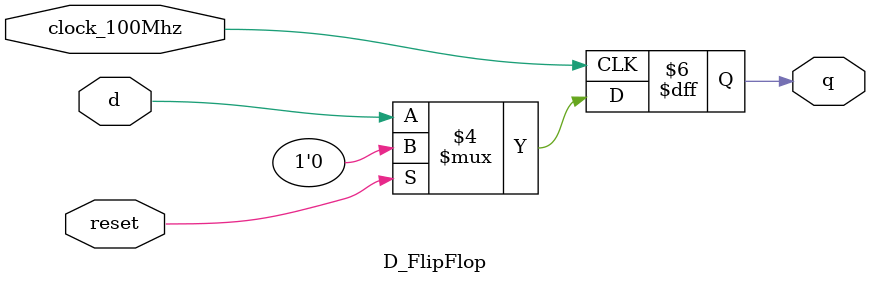
<source format=v>
`timescale 1ns / 1ps


module D_FlipFlop(q, d, reset, clock_100Mhz);
    input d, reset, clock_100Mhz;
    output reg q;
    
    //Flip Flop synchronous with reset
    always @ (posedge clock_100Mhz)
        begin
        if(reset==1'b1)
            q <= 1'b0; 
        else 
            q <= d;
        end
endmodule

</source>
